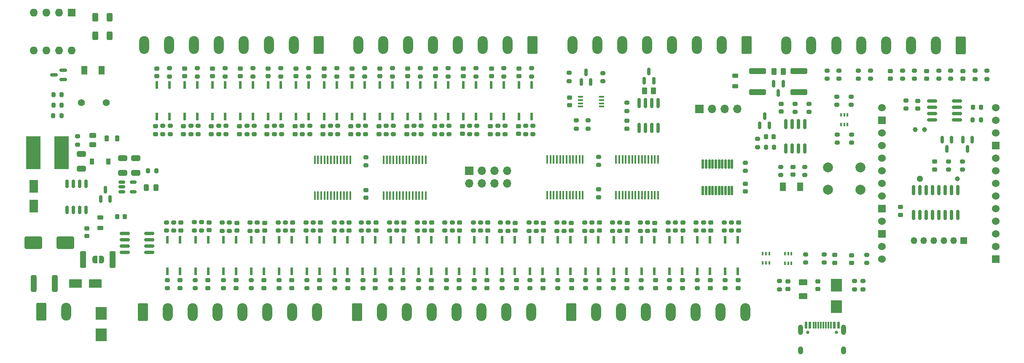
<source format=gbr>
%TF.GenerationSoftware,KiCad,Pcbnew,(6.0.0)*%
%TF.CreationDate,2023-02-03T10:22:37+01:00*%
%TF.ProjectId,boneIO - input WT32,626f6e65-494f-4202-9d20-696e70757420,rev?*%
%TF.SameCoordinates,Original*%
%TF.FileFunction,Soldermask,Top*%
%TF.FilePolarity,Negative*%
%FSLAX46Y46*%
G04 Gerber Fmt 4.6, Leading zero omitted, Abs format (unit mm)*
G04 Created by KiCad (PCBNEW (6.0.0)) date 2023-02-03 10:22:37*
%MOMM*%
%LPD*%
G01*
G04 APERTURE LIST*
G04 Aperture macros list*
%AMRoundRect*
0 Rectangle with rounded corners*
0 $1 Rounding radius*
0 $2 $3 $4 $5 $6 $7 $8 $9 X,Y pos of 4 corners*
0 Add a 4 corners polygon primitive as box body*
4,1,4,$2,$3,$4,$5,$6,$7,$8,$9,$2,$3,0*
0 Add four circle primitives for the rounded corners*
1,1,$1+$1,$2,$3*
1,1,$1+$1,$4,$5*
1,1,$1+$1,$6,$7*
1,1,$1+$1,$8,$9*
0 Add four rect primitives between the rounded corners*
20,1,$1+$1,$2,$3,$4,$5,0*
20,1,$1+$1,$4,$5,$6,$7,0*
20,1,$1+$1,$6,$7,$8,$9,0*
20,1,$1+$1,$8,$9,$2,$3,0*%
%AMFreePoly0*
4,1,22,0.500000,-0.750000,0.000000,-0.750000,0.000000,-0.745033,-0.079941,-0.743568,-0.215256,-0.701293,-0.333266,-0.622738,-0.424486,-0.514219,-0.481581,-0.384460,-0.499164,-0.250000,-0.500000,-0.250000,-0.500000,0.250000,-0.499164,0.250000,-0.499963,0.256109,-0.478152,0.396186,-0.417904,0.524511,-0.324060,0.630769,-0.204165,0.706417,-0.067858,0.745374,0.000000,0.744959,0.000000,0.750000,
0.500000,0.750000,0.500000,-0.750000,0.500000,-0.750000,$1*%
%AMFreePoly1*
4,1,20,0.000000,0.744959,0.073905,0.744508,0.209726,0.703889,0.328688,0.626782,0.421226,0.519385,0.479903,0.390333,0.500000,0.250000,0.500000,-0.250000,0.499851,-0.262216,0.476331,-0.402017,0.414519,-0.529596,0.319384,-0.634700,0.198574,-0.708877,0.061801,-0.746166,0.000000,-0.745033,0.000000,-0.750000,-0.500000,-0.750000,-0.500000,0.750000,0.000000,0.750000,0.000000,0.744959,
0.000000,0.744959,$1*%
G04 Aperture macros list end*
%ADD10RoundRect,0.250000X0.650000X-0.325000X0.650000X0.325000X-0.650000X0.325000X-0.650000X-0.325000X0*%
%ADD11RoundRect,0.200000X0.275000X-0.200000X0.275000X0.200000X-0.275000X0.200000X-0.275000X-0.200000X0*%
%ADD12RoundRect,0.150000X-0.150000X0.587500X-0.150000X-0.587500X0.150000X-0.587500X0.150000X0.587500X0*%
%ADD13R,1.600000X1.600000*%
%ADD14O,1.600000X1.600000*%
%ADD15R,2.850000X6.600000*%
%ADD16R,0.400000X0.650000*%
%ADD17RoundRect,0.200000X-0.275000X0.200000X-0.275000X-0.200000X0.275000X-0.200000X0.275000X0.200000X0*%
%ADD18RoundRect,0.225000X-0.250000X0.225000X-0.250000X-0.225000X0.250000X-0.225000X0.250000X0.225000X0*%
%ADD19RoundRect,0.225000X0.250000X-0.225000X0.250000X0.225000X-0.250000X0.225000X-0.250000X-0.225000X0*%
%ADD20RoundRect,0.243750X0.456250X-0.243750X0.456250X0.243750X-0.456250X0.243750X-0.456250X-0.243750X0*%
%ADD21RoundRect,0.218750X-0.256250X0.218750X-0.256250X-0.218750X0.256250X-0.218750X0.256250X0.218750X0*%
%ADD22RoundRect,0.250000X-0.750000X-1.550000X0.750000X-1.550000X0.750000X1.550000X-0.750000X1.550000X0*%
%ADD23O,2.000000X3.600000*%
%ADD24R,1.800000X2.500000*%
%ADD25RoundRect,0.218750X0.256250X-0.218750X0.256250X0.218750X-0.256250X0.218750X-0.256250X-0.218750X0*%
%ADD26R,0.600000X1.500000*%
%ADD27RoundRect,0.218750X0.381250X-0.218750X0.381250X0.218750X-0.381250X0.218750X-0.381250X-0.218750X0*%
%ADD28RoundRect,0.125000X-0.125000X0.825000X-0.125000X-0.825000X0.125000X-0.825000X0.125000X0.825000X0*%
%ADD29RoundRect,0.200000X0.200000X0.275000X-0.200000X0.275000X-0.200000X-0.275000X0.200000X-0.275000X0*%
%ADD30R,0.450000X1.750000*%
%ADD31RoundRect,0.250000X-0.312500X-0.625000X0.312500X-0.625000X0.312500X0.625000X-0.312500X0.625000X0*%
%ADD32RoundRect,0.150000X0.150000X-0.825000X0.150000X0.825000X-0.150000X0.825000X-0.150000X-0.825000X0*%
%ADD33R,2.500000X1.800000*%
%ADD34R,2.300000X2.500000*%
%ADD35RoundRect,0.150000X0.150000X-0.587500X0.150000X0.587500X-0.150000X0.587500X-0.150000X-0.587500X0*%
%ADD36RoundRect,0.250000X-0.650000X0.325000X-0.650000X-0.325000X0.650000X-0.325000X0.650000X0.325000X0*%
%ADD37RoundRect,0.250000X0.362500X1.425000X-0.362500X1.425000X-0.362500X-1.425000X0.362500X-1.425000X0*%
%ADD38RoundRect,0.200000X-0.200000X-0.275000X0.200000X-0.275000X0.200000X0.275000X-0.200000X0.275000X0*%
%ADD39C,0.650000*%
%ADD40R,0.600000X1.450000*%
%ADD41R,0.300000X1.450000*%
%ADD42O,1.000000X2.100000*%
%ADD43O,1.000000X1.600000*%
%ADD44R,1.300000X1.700000*%
%ADD45RoundRect,0.250000X0.750000X1.550000X-0.750000X1.550000X-0.750000X-1.550000X0.750000X-1.550000X0*%
%ADD46RoundRect,0.225000X0.225000X0.250000X-0.225000X0.250000X-0.225000X-0.250000X0.225000X-0.250000X0*%
%ADD47RoundRect,0.150000X-0.150000X0.675000X-0.150000X-0.675000X0.150000X-0.675000X0.150000X0.675000X0*%
%ADD48R,1.700000X1.700000*%
%ADD49O,1.700000X1.700000*%
%ADD50RoundRect,0.250000X0.625000X-0.375000X0.625000X0.375000X-0.625000X0.375000X-0.625000X-0.375000X0*%
%ADD51RoundRect,0.225000X-0.225000X-0.250000X0.225000X-0.250000X0.225000X0.250000X-0.225000X0.250000X0*%
%ADD52RoundRect,0.250000X1.450000X-0.312500X1.450000X0.312500X-1.450000X0.312500X-1.450000X-0.312500X0*%
%ADD53C,2.000000*%
%ADD54C,1.408000*%
%ADD55RoundRect,0.150000X-0.825000X-0.150000X0.825000X-0.150000X0.825000X0.150000X-0.825000X0.150000X0*%
%ADD56C,1.400000*%
%ADD57O,1.400000X1.400000*%
%ADD58RoundRect,0.150000X-0.512500X-0.150000X0.512500X-0.150000X0.512500X0.150000X-0.512500X0.150000X0*%
%ADD59RoundRect,0.250000X0.312500X1.450000X-0.312500X1.450000X-0.312500X-1.450000X0.312500X-1.450000X0*%
%ADD60RoundRect,0.150000X0.587500X0.150000X-0.587500X0.150000X-0.587500X-0.150000X0.587500X-0.150000X0*%
%ADD61RoundRect,0.250000X0.262500X0.450000X-0.262500X0.450000X-0.262500X-0.450000X0.262500X-0.450000X0*%
%ADD62C,1.000000*%
%ADD63C,1.524000*%
%ADD64R,1.524000X1.524000*%
%ADD65RoundRect,0.218750X-0.218750X-0.381250X0.218750X-0.381250X0.218750X0.381250X-0.218750X0.381250X0*%
%ADD66RoundRect,0.250000X1.500000X1.000000X-1.500000X1.000000X-1.500000X-1.000000X1.500000X-1.000000X0*%
%ADD67FreePoly0,180.000000*%
%ADD68FreePoly1,180.000000*%
%ADD69R,1.100000X0.400000*%
%ADD70R,0.900000X1.200000*%
%ADD71RoundRect,0.150000X0.825000X0.150000X-0.825000X0.150000X-0.825000X-0.150000X0.825000X-0.150000X0*%
%ADD72RoundRect,0.243750X0.243750X0.456250X-0.243750X0.456250X-0.243750X-0.456250X0.243750X-0.456250X0*%
%ADD73C,1.300000*%
%ADD74R,1.350000X1.350000*%
%ADD75O,1.350000X1.350000*%
G04 APERTURE END LIST*
D10*
%TO.C,C27*%
X76730000Y-84830000D03*
X76730000Y-81880000D03*
%TD*%
D11*
%TO.C,R76*%
X189300000Y-96450000D03*
X189300000Y-94800000D03*
%TD*%
D12*
%TO.C,D10*%
X206760000Y-66842500D03*
X204860000Y-66842500D03*
X205810000Y-68717500D03*
%TD*%
D11*
%TO.C,R145*%
X211080000Y-85275000D03*
X211080000Y-83625000D03*
%TD*%
D13*
%TO.C,SW2*%
X63900000Y-52560000D03*
D14*
X61360000Y-52560000D03*
X58820000Y-52560000D03*
X56280000Y-52560000D03*
X56280000Y-60180000D03*
X58820000Y-60180000D03*
X61360000Y-60180000D03*
X63900000Y-60180000D03*
%TD*%
D15*
%TO.C,L1*%
X56165000Y-80770000D03*
X61815000Y-80770000D03*
%TD*%
D16*
%TO.C,U25*%
X203970000Y-101075000D03*
X203320000Y-101075000D03*
X202670000Y-101075000D03*
X202670000Y-102975000D03*
X203320000Y-102975000D03*
X203970000Y-102975000D03*
%TD*%
D17*
%TO.C,R107*%
X121410000Y-75365000D03*
X121410000Y-77015000D03*
%TD*%
D18*
%TO.C,C19*%
X153170000Y-106440000D03*
X153170000Y-107990000D03*
%TD*%
D19*
%TO.C,C50*%
X153730000Y-65370000D03*
X153730000Y-63820000D03*
%TD*%
D20*
%TO.C,D18*%
X68080000Y-79180000D03*
X68080000Y-77305000D03*
%TD*%
D21*
%TO.C,D40*%
X125560000Y-75442500D03*
X125560000Y-77017500D03*
%TD*%
D22*
%TO.C,J1*%
X57750000Y-112780000D03*
D23*
X62750000Y-112780000D03*
%TD*%
D11*
%TO.C,R141*%
X209150000Y-72545000D03*
X209150000Y-70895000D03*
%TD*%
D24*
%TO.C,D11*%
X56220000Y-87540000D03*
X56220000Y-91540000D03*
%TD*%
D25*
%TO.C,D4*%
X91450000Y-96355000D03*
X91450000Y-94780000D03*
%TD*%
D21*
%TO.C,D44*%
X153590000Y-75405000D03*
X153590000Y-76980000D03*
%TD*%
D26*
%TO.C,U6*%
X111130000Y-104670000D03*
X113670000Y-104670000D03*
X113670000Y-98320000D03*
X111130000Y-98320000D03*
%TD*%
%TO.C,U20*%
X167120000Y-104670000D03*
X169660000Y-104670000D03*
X169660000Y-98320000D03*
X167120000Y-98320000D03*
%TD*%
D17*
%TO.C,R102*%
X122870000Y-75365000D03*
X122870000Y-77015000D03*
%TD*%
D27*
%TO.C,L4*%
X197110000Y-67382500D03*
X197110000Y-65257500D03*
%TD*%
D18*
%TO.C,C24*%
X181140000Y-106440000D03*
X181140000Y-107990000D03*
%TD*%
D11*
%TO.C,R63*%
X168380000Y-96470000D03*
X168380000Y-94820000D03*
%TD*%
D25*
%TO.C,D29*%
X197820000Y-96407500D03*
X197820000Y-94832500D03*
%TD*%
D19*
%TO.C,C40*%
X114590000Y-65370000D03*
X114590000Y-63820000D03*
%TD*%
D28*
%TO.C,U52*%
X196485000Y-83055000D03*
X195835000Y-83055000D03*
X195185000Y-83055000D03*
X194535000Y-83055000D03*
X193885000Y-83055000D03*
X193235000Y-83055000D03*
X192585000Y-83055000D03*
X191935000Y-83055000D03*
X191285000Y-83055000D03*
X190635000Y-83055000D03*
X190635000Y-88380000D03*
X191285000Y-88380000D03*
X191935000Y-88380000D03*
X192585000Y-88380000D03*
X193235000Y-88380000D03*
X193885000Y-88380000D03*
X194535000Y-88380000D03*
X195185000Y-88380000D03*
X195835000Y-88380000D03*
X196485000Y-88380000D03*
%TD*%
D29*
%TO.C,R22*%
X61855000Y-69090000D03*
X60205000Y-69090000D03*
%TD*%
D18*
%TO.C,C29*%
X192120000Y-106440000D03*
X192120000Y-107990000D03*
%TD*%
D11*
%TO.C,R1*%
X224320000Y-65890000D03*
X224320000Y-64240000D03*
%TD*%
D30*
%TO.C,U51*%
X173200000Y-89300000D03*
X173850000Y-89300000D03*
X174500000Y-89300000D03*
X175150000Y-89300000D03*
X175800000Y-89300000D03*
X176450000Y-89300000D03*
X177100000Y-89300000D03*
X177750000Y-89300000D03*
X178400000Y-89300000D03*
X179050000Y-89300000D03*
X179700000Y-89300000D03*
X180350000Y-89300000D03*
X181000000Y-89300000D03*
X181650000Y-89300000D03*
X181650000Y-82100000D03*
X181000000Y-82100000D03*
X180350000Y-82100000D03*
X179700000Y-82100000D03*
X179050000Y-82100000D03*
X178400000Y-82100000D03*
X177750000Y-82100000D03*
X177100000Y-82100000D03*
X176450000Y-82100000D03*
X175800000Y-82100000D03*
X175150000Y-82100000D03*
X174500000Y-82100000D03*
X173850000Y-82100000D03*
X173200000Y-82100000D03*
%TD*%
D25*
%TO.C,D21*%
X158620000Y-96455000D03*
X158620000Y-94880000D03*
%TD*%
D22*
%TO.C,J8*%
X164190000Y-112830000D03*
D23*
X169190000Y-112830000D03*
X174190000Y-112830000D03*
X179190000Y-112830000D03*
X184190000Y-112830000D03*
X189190000Y-112830000D03*
X194190000Y-112830000D03*
X199190000Y-112830000D03*
%TD*%
D25*
%TO.C,D17*%
X147440000Y-96387500D03*
X147440000Y-94812500D03*
%TD*%
D11*
%TO.C,R43*%
X134760000Y-96430000D03*
X134760000Y-94780000D03*
%TD*%
D31*
%TO.C,R148*%
X68575000Y-57190000D03*
X71500000Y-57190000D03*
%TD*%
D32*
%TO.C,U38*%
X232915000Y-93265000D03*
X234185000Y-93265000D03*
X235455000Y-93265000D03*
X236725000Y-93265000D03*
X237995000Y-93265000D03*
X239265000Y-93265000D03*
X240535000Y-93265000D03*
X241805000Y-93265000D03*
X241805000Y-88315000D03*
X240535000Y-88315000D03*
X239265000Y-88315000D03*
X237995000Y-88315000D03*
X236725000Y-88315000D03*
X235455000Y-88315000D03*
X234185000Y-88315000D03*
X232915000Y-88315000D03*
%TD*%
D18*
%TO.C,C13*%
X136060000Y-106440000D03*
X136060000Y-107990000D03*
%TD*%
D11*
%TO.C,R131*%
X220495000Y-78730000D03*
X220495000Y-77080000D03*
%TD*%
D17*
%TO.C,R50*%
X167110000Y-106390000D03*
X167110000Y-108040000D03*
%TD*%
D11*
%TO.C,R45*%
X145980000Y-96430000D03*
X145980000Y-94780000D03*
%TD*%
D21*
%TO.C,D31*%
X86340000Y-75442500D03*
X86340000Y-77017500D03*
%TD*%
D26*
%TO.C,U43*%
X156280000Y-67150000D03*
X153740000Y-67150000D03*
X153740000Y-73500000D03*
X156280000Y-73500000D03*
%TD*%
D11*
%TO.C,R10*%
X88530000Y-96405000D03*
X88530000Y-94755000D03*
%TD*%
%TO.C,R135*%
X215580000Y-65890000D03*
X215580000Y-64240000D03*
%TD*%
%TO.C,R60*%
X151480000Y-96490000D03*
X151480000Y-94840000D03*
%TD*%
D26*
%TO.C,U1*%
X83130000Y-104670000D03*
X85670000Y-104670000D03*
X85670000Y-98320000D03*
X83130000Y-98320000D03*
%TD*%
D11*
%TO.C,R57*%
X166920000Y-96470000D03*
X166920000Y-94820000D03*
%TD*%
%TO.C,R61*%
X157160000Y-96490000D03*
X157160000Y-94840000D03*
%TD*%
D32*
%TO.C,U46*%
X177845000Y-75720000D03*
X179115000Y-75720000D03*
X180385000Y-75720000D03*
X181655000Y-75720000D03*
X181655000Y-70770000D03*
X180385000Y-70770000D03*
X179115000Y-70770000D03*
X177845000Y-70770000D03*
%TD*%
D11*
%TO.C,R138*%
X231450000Y-71905000D03*
X231450000Y-70255000D03*
%TD*%
D21*
%TO.C,D47*%
X142360000Y-75405000D03*
X142360000Y-76980000D03*
%TD*%
D25*
%TO.C,D28*%
X192220000Y-96415000D03*
X192220000Y-94840000D03*
%TD*%
D21*
%TO.C,D48*%
X147990000Y-75442500D03*
X147990000Y-77017500D03*
%TD*%
D17*
%TO.C,R110*%
X239980000Y-82510000D03*
X239980000Y-84160000D03*
%TD*%
%TO.C,R125*%
X155050000Y-75370000D03*
X155050000Y-77020000D03*
%TD*%
D18*
%TO.C,C57*%
X199170000Y-87015000D03*
X199170000Y-88565000D03*
%TD*%
D19*
%TO.C,C33*%
X80940000Y-65370000D03*
X80940000Y-63820000D03*
%TD*%
D21*
%TO.C,D32*%
X80740000Y-75442500D03*
X80740000Y-77017500D03*
%TD*%
D17*
%TO.C,R122*%
X145280000Y-75365000D03*
X145280000Y-77015000D03*
%TD*%
D11*
%TO.C,R151*%
X170550000Y-66375000D03*
X170550000Y-64725000D03*
%TD*%
D17*
%TO.C,R101*%
X128480000Y-75365000D03*
X128480000Y-77015000D03*
%TD*%
D33*
%TO.C,D2*%
X68620000Y-107100000D03*
X64620000Y-107100000D03*
%TD*%
D31*
%TO.C,R149*%
X68595000Y-53520000D03*
X71520000Y-53520000D03*
%TD*%
D19*
%TO.C,C47*%
X136930000Y-65370000D03*
X136930000Y-63820000D03*
%TD*%
D11*
%TO.C,R116*%
X150680000Y-65420000D03*
X150680000Y-63770000D03*
%TD*%
D17*
%TO.C,R31*%
X144720000Y-106390000D03*
X144720000Y-108040000D03*
%TD*%
%TO.C,R118*%
X223555000Y-101327500D03*
X223555000Y-102977500D03*
%TD*%
D29*
%TO.C,R67*%
X204950000Y-79690000D03*
X203300000Y-79690000D03*
%TD*%
D17*
%TO.C,R120*%
X134080000Y-75365000D03*
X134080000Y-77015000D03*
%TD*%
D18*
%TO.C,C56*%
X169700000Y-88165000D03*
X169700000Y-89715000D03*
%TD*%
D34*
%TO.C,D33*%
X217475000Y-111745000D03*
X217475000Y-107445000D03*
%TD*%
D17*
%TO.C,R2*%
X83120000Y-106390000D03*
X83120000Y-108040000D03*
%TD*%
D18*
%TO.C,C30*%
X197730000Y-106440000D03*
X197730000Y-107990000D03*
%TD*%
D17*
%TO.C,R105*%
X110210000Y-75365000D03*
X110210000Y-77015000D03*
%TD*%
D35*
%TO.C,Q2*%
X69680000Y-90047500D03*
X71580000Y-90047500D03*
X70630000Y-88172500D03*
%TD*%
D22*
%TO.C,J4*%
X78190000Y-112830000D03*
D23*
X83190000Y-112830000D03*
X88190000Y-112830000D03*
X93190000Y-112830000D03*
X98190000Y-112830000D03*
X103190000Y-112830000D03*
X108190000Y-112830000D03*
X113190000Y-112830000D03*
%TD*%
D36*
%TO.C,C25*%
X74160000Y-81860000D03*
X74160000Y-84810000D03*
%TD*%
D26*
%TO.C,U11*%
X127930000Y-104670000D03*
X130470000Y-104670000D03*
X130470000Y-98320000D03*
X127930000Y-98320000D03*
%TD*%
D37*
%TO.C,R23*%
X72090000Y-102240000D03*
X66165000Y-102240000D03*
%TD*%
D11*
%TO.C,R6*%
X105530000Y-108040000D03*
X105530000Y-106390000D03*
%TD*%
%TO.C,R35*%
X127690000Y-96430000D03*
X127690000Y-94780000D03*
%TD*%
%TO.C,R37*%
X138830000Y-96430000D03*
X138830000Y-94780000D03*
%TD*%
%TO.C,R88*%
X221120000Y-108250000D03*
X221120000Y-106600000D03*
%TD*%
D38*
%TO.C,R66*%
X79240000Y-84420000D03*
X80890000Y-84420000D03*
%TD*%
D17*
%TO.C,R80*%
X83660000Y-75365000D03*
X83660000Y-77015000D03*
%TD*%
%TO.C,R115*%
X145060000Y-63770000D03*
X145060000Y-65420000D03*
%TD*%
D39*
%TO.C,J2*%
X217490000Y-116900000D03*
X211710000Y-116900000D03*
D40*
X211350000Y-115455000D03*
X212150000Y-115455000D03*
D41*
X213350000Y-115455000D03*
X214350000Y-115455000D03*
X214850000Y-115455000D03*
X215850000Y-115455000D03*
D40*
X217050000Y-115455000D03*
X217850000Y-115455000D03*
X217850000Y-115455000D03*
X217050000Y-115455000D03*
D41*
X216350000Y-115455000D03*
X215350000Y-115455000D03*
X213850000Y-115455000D03*
X212850000Y-115455000D03*
D40*
X212150000Y-115455000D03*
X211350000Y-115455000D03*
D42*
X210280000Y-116370000D03*
X218920000Y-116370000D03*
D43*
X218920000Y-120550000D03*
X210280000Y-120550000D03*
%TD*%
D17*
%TO.C,R27*%
X122360000Y-106390000D03*
X122360000Y-108040000D03*
%TD*%
D26*
%TO.C,U5*%
X105530000Y-104670000D03*
X108070000Y-104670000D03*
X108070000Y-98320000D03*
X105530000Y-98320000D03*
%TD*%
D11*
%TO.C,R89*%
X122690000Y-65420000D03*
X122690000Y-63770000D03*
%TD*%
D17*
%TO.C,R52*%
X178280000Y-106390000D03*
X178280000Y-108040000D03*
%TD*%
%TO.C,R126*%
X132620000Y-75365000D03*
X132620000Y-77015000D03*
%TD*%
D19*
%TO.C,C37*%
X97760000Y-65370000D03*
X97760000Y-63820000D03*
%TD*%
D44*
%TO.C,D49*%
X206675000Y-87650000D03*
X210175000Y-87650000D03*
%TD*%
D11*
%TO.C,R146*%
X199170000Y-84415000D03*
X199170000Y-82765000D03*
%TD*%
D45*
%TO.C,J9*%
X113460000Y-59110000D03*
D23*
X108460000Y-59110000D03*
X103460000Y-59110000D03*
X98460000Y-59110000D03*
X93460000Y-59110000D03*
X88460000Y-59110000D03*
X83460000Y-59110000D03*
X78460000Y-59110000D03*
%TD*%
D17*
%TO.C,R100*%
X117280000Y-75365000D03*
X117280000Y-77015000D03*
%TD*%
D18*
%TO.C,C6*%
X113660000Y-106440000D03*
X113660000Y-107990000D03*
%TD*%
D11*
%TO.C,R92*%
X111490000Y-65420000D03*
X111490000Y-63770000D03*
%TD*%
%TO.C,R12*%
X99690000Y-96490000D03*
X99690000Y-94840000D03*
%TD*%
D17*
%TO.C,R30*%
X139130000Y-106390000D03*
X139130000Y-108040000D03*
%TD*%
D22*
%TO.C,J5*%
X121190000Y-112830000D03*
D23*
X126190000Y-112830000D03*
X131190000Y-112830000D03*
X136190000Y-112830000D03*
X141190000Y-112830000D03*
X146190000Y-112830000D03*
X151190000Y-112830000D03*
X156190000Y-112830000D03*
%TD*%
D11*
%TO.C,R73*%
X83480000Y-65420000D03*
X83480000Y-63770000D03*
%TD*%
D25*
%TO.C,D13*%
X124970000Y-96415000D03*
X124970000Y-94840000D03*
%TD*%
D46*
%TO.C,C26*%
X204875000Y-77510000D03*
X203325000Y-77510000D03*
%TD*%
D17*
%TO.C,R95*%
X240420000Y-64240000D03*
X240420000Y-65890000D03*
%TD*%
D11*
%TO.C,R55*%
X155700000Y-96490000D03*
X155700000Y-94840000D03*
%TD*%
D47*
%TO.C,U15*%
X66785000Y-87035000D03*
X65515000Y-87035000D03*
X64245000Y-87035000D03*
X62975000Y-87035000D03*
X62975000Y-92285000D03*
X64245000Y-92285000D03*
X65515000Y-92285000D03*
X66785000Y-92285000D03*
%TD*%
D26*
%TO.C,U26*%
X183920000Y-104670000D03*
X186460000Y-104670000D03*
X186460000Y-98320000D03*
X183920000Y-98320000D03*
%TD*%
D11*
%TO.C,R117*%
X156280000Y-65420000D03*
X156280000Y-63770000D03*
%TD*%
D25*
%TO.C,D8*%
X113830000Y-96415000D03*
X113830000Y-94840000D03*
%TD*%
D17*
%TO.C,R86*%
X82200000Y-75365000D03*
X82200000Y-77015000D03*
%TD*%
D11*
%TO.C,R46*%
X65100000Y-79125000D03*
X65100000Y-77475000D03*
%TD*%
D19*
%TO.C,C55*%
X163877500Y-71230000D03*
X163877500Y-69680000D03*
%TD*%
D26*
%TO.C,U28*%
X195120000Y-104670000D03*
X197660000Y-104670000D03*
X197660000Y-98320000D03*
X195120000Y-98320000D03*
%TD*%
D48*
%TO.C,I2C1*%
X189910000Y-71970000D03*
D49*
X192450000Y-71970000D03*
X194990000Y-71970000D03*
X197530000Y-71970000D03*
%TD*%
D35*
%TO.C,D51*%
X166207500Y-66497500D03*
X168107500Y-66497500D03*
X167157500Y-64622500D03*
%TD*%
D11*
%TO.C,R54*%
X150020000Y-96490000D03*
X150020000Y-94840000D03*
%TD*%
D21*
%TO.C,D42*%
X220525000Y-101375000D03*
X220525000Y-102950000D03*
%TD*%
%TO.C,D36*%
X103110000Y-75442500D03*
X103110000Y-77017500D03*
%TD*%
D19*
%TO.C,C41*%
X125750000Y-65370000D03*
X125750000Y-63820000D03*
%TD*%
D26*
%TO.C,U41*%
X145090000Y-67140000D03*
X142550000Y-67140000D03*
X142550000Y-73490000D03*
X145090000Y-73490000D03*
%TD*%
D25*
%TO.C,D27*%
X186600000Y-96415000D03*
X186600000Y-94840000D03*
%TD*%
D32*
%TO.C,U53*%
X207325000Y-79925000D03*
X208595000Y-79925000D03*
X209865000Y-79925000D03*
X211135000Y-79925000D03*
X211135000Y-74975000D03*
X209865000Y-74975000D03*
X208595000Y-74975000D03*
X207325000Y-74975000D03*
%TD*%
D17*
%TO.C,R48*%
X155910000Y-106390000D03*
X155910000Y-108040000D03*
%TD*%
%TO.C,R139*%
X175380000Y-70700000D03*
X175380000Y-72350000D03*
%TD*%
D25*
%TO.C,D23*%
X169840000Y-96425000D03*
X169840000Y-94850000D03*
%TD*%
D50*
%TO.C,F3*%
X210800000Y-109625000D03*
X210800000Y-106825000D03*
%TD*%
D26*
%TO.C,U39*%
X133890000Y-67140000D03*
X131350000Y-67140000D03*
X131350000Y-73490000D03*
X133890000Y-73490000D03*
%TD*%
D46*
%TO.C,C9*%
X246470000Y-71650000D03*
X244920000Y-71650000D03*
%TD*%
D11*
%TO.C,R58*%
X172510000Y-96490000D03*
X172510000Y-94840000D03*
%TD*%
D26*
%TO.C,U36*%
X122690000Y-67140000D03*
X120150000Y-67140000D03*
X120150000Y-73490000D03*
X122690000Y-73490000D03*
%TD*%
D17*
%TO.C,R97*%
X100520000Y-75365000D03*
X100520000Y-77015000D03*
%TD*%
%TO.C,R119*%
X214985000Y-101217500D03*
X214985000Y-102867500D03*
%TD*%
%TO.C,R5*%
X99920000Y-106390000D03*
X99920000Y-108040000D03*
%TD*%
D11*
%TO.C,R44*%
X140290000Y-96430000D03*
X140290000Y-94780000D03*
%TD*%
D19*
%TO.C,C39*%
X108940000Y-65370000D03*
X108940000Y-63820000D03*
%TD*%
D11*
%TO.C,R56*%
X161320000Y-96490000D03*
X161320000Y-94840000D03*
%TD*%
%TO.C,R42*%
X129150000Y-96430000D03*
X129150000Y-94780000D03*
%TD*%
D10*
%TO.C,C18*%
X65780000Y-83995000D03*
X65780000Y-81045000D03*
%TD*%
D19*
%TO.C,C16*%
X242830000Y-65870000D03*
X242830000Y-64320000D03*
%TD*%
D51*
%TO.C,C7*%
X73025000Y-93650000D03*
X74575000Y-93650000D03*
%TD*%
D52*
%TO.C,F2*%
X201630000Y-68570000D03*
X201630000Y-64295000D03*
%TD*%
D19*
%TO.C,C51*%
X233830000Y-71895000D03*
X233830000Y-70345000D03*
%TD*%
D17*
%TO.C,R127*%
X138220000Y-75365000D03*
X138220000Y-77015000D03*
%TD*%
D11*
%TO.C,R96*%
X238000000Y-65890000D03*
X238000000Y-64240000D03*
%TD*%
%TO.C,R34*%
X122050000Y-96450000D03*
X122050000Y-94800000D03*
%TD*%
D25*
%TO.C,D7*%
X108280000Y-96395000D03*
X108280000Y-94820000D03*
%TD*%
D21*
%TO.C,D46*%
X136760000Y-75442500D03*
X136760000Y-77017500D03*
%TD*%
D26*
%TO.C,U35*%
X117090000Y-67140000D03*
X114550000Y-67140000D03*
X114550000Y-73490000D03*
X117090000Y-73490000D03*
%TD*%
D52*
%TO.C,F4*%
X209930000Y-68570000D03*
X209930000Y-64295000D03*
%TD*%
D11*
%TO.C,R59*%
X178060000Y-96490000D03*
X178060000Y-94840000D03*
%TD*%
%TO.C,R62*%
X162780000Y-96490000D03*
X162780000Y-94840000D03*
%TD*%
D30*
%TO.C,U50*%
X166525000Y-82100000D03*
X165875000Y-82100000D03*
X165225000Y-82100000D03*
X164575000Y-82100000D03*
X163925000Y-82100000D03*
X163275000Y-82100000D03*
X162625000Y-82100000D03*
X161975000Y-82100000D03*
X161325000Y-82100000D03*
X160675000Y-82100000D03*
X160025000Y-82100000D03*
X159375000Y-82100000D03*
X159375000Y-89300000D03*
X160025000Y-89300000D03*
X160675000Y-89300000D03*
X161325000Y-89300000D03*
X161975000Y-89300000D03*
X162625000Y-89300000D03*
X163275000Y-89300000D03*
X163925000Y-89300000D03*
X164575000Y-89300000D03*
X165225000Y-89300000D03*
X165875000Y-89300000D03*
X166525000Y-89300000D03*
%TD*%
D17*
%TO.C,R113*%
X133900000Y-63770000D03*
X133900000Y-65420000D03*
%TD*%
D18*
%TO.C,C44*%
X230340000Y-91720000D03*
X230340000Y-93270000D03*
%TD*%
D21*
%TO.C,D35*%
X97600000Y-75442500D03*
X97600000Y-77017500D03*
%TD*%
D11*
%TO.C,R33*%
X116650000Y-96430000D03*
X116650000Y-94780000D03*
%TD*%
D53*
%TO.C,SW1*%
X215760000Y-83680000D03*
X222260000Y-83680000D03*
X222260000Y-88180000D03*
X215760000Y-88180000D03*
%TD*%
D18*
%TO.C,C22*%
X169830000Y-106440000D03*
X169830000Y-107990000D03*
%TD*%
D19*
%TO.C,C43*%
X235580000Y-65840000D03*
X235580000Y-64290000D03*
%TD*%
D54*
%TO.C,BZ1*%
X70820000Y-70710000D03*
X65820000Y-70710000D03*
%TD*%
D17*
%TO.C,R108*%
X127020000Y-75365000D03*
X127020000Y-77015000D03*
%TD*%
D34*
%TO.C,D1*%
X69775000Y-113120000D03*
X69775000Y-117420000D03*
%TD*%
D55*
%TO.C,U45*%
X236695000Y-70365000D03*
X236695000Y-71635000D03*
X236695000Y-72905000D03*
X236695000Y-74175000D03*
X241645000Y-74175000D03*
X241645000Y-72905000D03*
X241645000Y-71635000D03*
X241645000Y-70365000D03*
%TD*%
D11*
%TO.C,R65*%
X179520000Y-96490000D03*
X179520000Y-94840000D03*
%TD*%
D18*
%TO.C,C20*%
X158560000Y-106440000D03*
X158560000Y-107990000D03*
%TD*%
D19*
%TO.C,C38*%
X103350000Y-65370000D03*
X103350000Y-63820000D03*
%TD*%
D18*
%TO.C,C14*%
X141660000Y-106440000D03*
X141660000Y-107990000D03*
%TD*%
D38*
%TO.C,R25*%
X244845000Y-74180000D03*
X246495000Y-74180000D03*
%TD*%
D56*
%TO.C,RV1*%
X69775000Y-112725000D03*
D57*
X69775000Y-117805000D03*
%TD*%
D26*
%TO.C,U12*%
X133530000Y-104670000D03*
X136070000Y-104670000D03*
X136070000Y-98320000D03*
X133530000Y-98320000D03*
%TD*%
D25*
%TO.C,D16*%
X141750000Y-96385000D03*
X141750000Y-94810000D03*
%TD*%
D26*
%TO.C,U14*%
X144730000Y-104670000D03*
X147270000Y-104670000D03*
X147270000Y-98320000D03*
X144730000Y-98320000D03*
%TD*%
%TO.C,U10*%
X122330000Y-104670000D03*
X124870000Y-104670000D03*
X124870000Y-98320000D03*
X122330000Y-98320000D03*
%TD*%
D11*
%TO.C,R81*%
X185140000Y-96450000D03*
X185140000Y-94800000D03*
%TD*%
D21*
%TO.C,D45*%
X131160000Y-75442500D03*
X131160000Y-77017500D03*
%TD*%
D26*
%TO.C,U4*%
X99930000Y-104670000D03*
X102470000Y-104670000D03*
X102470000Y-98320000D03*
X99930000Y-98320000D03*
%TD*%
D18*
%TO.C,C2*%
X91260000Y-106440000D03*
X91260000Y-107990000D03*
%TD*%
D19*
%TO.C,C45*%
X228290000Y-65840000D03*
X228290000Y-64290000D03*
%TD*%
D58*
%TO.C,U23*%
X73940000Y-86700000D03*
X73940000Y-87650000D03*
X73940000Y-88600000D03*
X76215000Y-88600000D03*
X76215000Y-86700000D03*
%TD*%
D11*
%TO.C,R147*%
X169700000Y-83225000D03*
X169700000Y-81575000D03*
%TD*%
D17*
%TO.C,R124*%
X156510000Y-75365000D03*
X156510000Y-77015000D03*
%TD*%
%TO.C,R93*%
X117090000Y-63770000D03*
X117090000Y-65420000D03*
%TD*%
D26*
%TO.C,U3*%
X94330000Y-104670000D03*
X96870000Y-104670000D03*
X96870000Y-98320000D03*
X94330000Y-98320000D03*
%TD*%
D11*
%TO.C,R38*%
X144520000Y-96430000D03*
X144520000Y-94780000D03*
%TD*%
D30*
%TO.C,U48*%
X126525000Y-89375000D03*
X127175000Y-89375000D03*
X127825000Y-89375000D03*
X128475000Y-89375000D03*
X129125000Y-89375000D03*
X129775000Y-89375000D03*
X130425000Y-89375000D03*
X131075000Y-89375000D03*
X131725000Y-89375000D03*
X132375000Y-89375000D03*
X133025000Y-89375000D03*
X133675000Y-89375000D03*
X134325000Y-89375000D03*
X134975000Y-89375000D03*
X134975000Y-82175000D03*
X134325000Y-82175000D03*
X133675000Y-82175000D03*
X133025000Y-82175000D03*
X132375000Y-82175000D03*
X131725000Y-82175000D03*
X131075000Y-82175000D03*
X130425000Y-82175000D03*
X129775000Y-82175000D03*
X129125000Y-82175000D03*
X128475000Y-82175000D03*
X127825000Y-82175000D03*
X127175000Y-82175000D03*
X126525000Y-82175000D03*
%TD*%
D17*
%TO.C,R49*%
X161520000Y-106390000D03*
X161520000Y-108040000D03*
%TD*%
%TO.C,R7*%
X111130000Y-106390000D03*
X111130000Y-108040000D03*
%TD*%
%TO.C,R103*%
X99060000Y-75365000D03*
X99060000Y-77015000D03*
%TD*%
D19*
%TO.C,C42*%
X237150000Y-84105000D03*
X237150000Y-82555000D03*
%TD*%
D18*
%TO.C,C4*%
X102480000Y-106440000D03*
X102480000Y-107990000D03*
%TD*%
D17*
%TO.C,R152*%
X247650000Y-64275000D03*
X247650000Y-65925000D03*
%TD*%
D25*
%TO.C,D20*%
X152950000Y-96455000D03*
X152950000Y-94880000D03*
%TD*%
D18*
%TO.C,C15*%
X147280000Y-106440000D03*
X147280000Y-107990000D03*
%TD*%
%TO.C,C5*%
X108110000Y-106440000D03*
X108110000Y-107990000D03*
%TD*%
D19*
%TO.C,C35*%
X213775000Y-108200000D03*
X213775000Y-106650000D03*
%TD*%
D16*
%TO.C,U44*%
X218400000Y-75060000D03*
X219050000Y-75060000D03*
X219700000Y-75060000D03*
X219700000Y-73160000D03*
X219050000Y-73160000D03*
X218400000Y-73160000D03*
%TD*%
D11*
%TO.C,R130*%
X217655000Y-78730000D03*
X217655000Y-77080000D03*
%TD*%
%TO.C,R75*%
X183680000Y-96450000D03*
X183680000Y-94800000D03*
%TD*%
D17*
%TO.C,R47*%
X150310000Y-106390000D03*
X150310000Y-108040000D03*
%TD*%
D11*
%TO.C,R18*%
X95580000Y-96475000D03*
X95580000Y-94825000D03*
%TD*%
D26*
%TO.C,U29*%
X94690000Y-67140000D03*
X92150000Y-67140000D03*
X92150000Y-73490000D03*
X94690000Y-73490000D03*
%TD*%
D12*
%TO.C,Q4*%
X240610000Y-78152500D03*
X238710000Y-78152500D03*
X239660000Y-80027500D03*
%TD*%
D26*
%TO.C,U42*%
X150690000Y-67140000D03*
X148150000Y-67140000D03*
X148150000Y-73490000D03*
X150690000Y-73490000D03*
%TD*%
D35*
%TO.C,Q5*%
X202090000Y-75287500D03*
X203990000Y-75287500D03*
X203040000Y-73412500D03*
%TD*%
D45*
%TO.C,J11*%
X199420000Y-59120000D03*
D23*
X194420000Y-59120000D03*
X189420000Y-59120000D03*
X184420000Y-59120000D03*
X179420000Y-59120000D03*
X174420000Y-59120000D03*
X169420000Y-59120000D03*
X164420000Y-59120000D03*
%TD*%
D17*
%TO.C,R26*%
X116740000Y-106390000D03*
X116740000Y-108040000D03*
%TD*%
D59*
%TO.C,F1*%
X60497500Y-107130000D03*
X56222500Y-107130000D03*
%TD*%
D17*
%TO.C,R129*%
X149450000Y-75365000D03*
X149450000Y-77015000D03*
%TD*%
D11*
%TO.C,R40*%
X118110000Y-96430000D03*
X118110000Y-94780000D03*
%TD*%
D26*
%TO.C,U33*%
X105890000Y-67140000D03*
X103350000Y-67140000D03*
X103350000Y-73490000D03*
X105890000Y-73490000D03*
%TD*%
D11*
%TO.C,R150*%
X163747500Y-66362500D03*
X163747500Y-64712500D03*
%TD*%
%TO.C,R13*%
X105360000Y-96440000D03*
X105360000Y-94790000D03*
%TD*%
%TO.C,R16*%
X84370000Y-96440000D03*
X84370000Y-94790000D03*
%TD*%
D26*
%TO.C,U32*%
X100290000Y-67140000D03*
X97750000Y-67140000D03*
X97750000Y-73490000D03*
X100290000Y-73490000D03*
%TD*%
D25*
%TO.C,D14*%
X130610000Y-96387500D03*
X130610000Y-94812500D03*
%TD*%
D17*
%TO.C,R24*%
X201595000Y-77995000D03*
X201595000Y-79645000D03*
%TD*%
D26*
%TO.C,U22*%
X178320000Y-104670000D03*
X180860000Y-104670000D03*
X180860000Y-98320000D03*
X178320000Y-98320000D03*
%TD*%
D11*
%TO.C,R74*%
X206000000Y-108250000D03*
X206000000Y-106600000D03*
%TD*%
D18*
%TO.C,C11*%
X124850000Y-106440000D03*
X124850000Y-107990000D03*
%TD*%
D17*
%TO.C,R121*%
X139680000Y-75365000D03*
X139680000Y-77015000D03*
%TD*%
D60*
%TO.C,Q1*%
X62197500Y-66050000D03*
X62197500Y-64150000D03*
X60322500Y-65100000D03*
%TD*%
D18*
%TO.C,C23*%
X175360000Y-106440000D03*
X175360000Y-107990000D03*
%TD*%
D45*
%TO.C,J7*%
X156420000Y-59120000D03*
D23*
X151420000Y-59120000D03*
X146420000Y-59120000D03*
X141420000Y-59120000D03*
X136420000Y-59120000D03*
X131420000Y-59120000D03*
X126420000Y-59120000D03*
X121420000Y-59120000D03*
%TD*%
D18*
%TO.C,C58*%
X206360000Y-70895000D03*
X206360000Y-72445000D03*
%TD*%
D17*
%TO.C,R134*%
X217575000Y-69495000D03*
X217575000Y-71145000D03*
%TD*%
D19*
%TO.C,C32*%
X86550000Y-65370000D03*
X86550000Y-63820000D03*
%TD*%
D44*
%TO.C,D9*%
X69880000Y-64140000D03*
X66380000Y-64140000D03*
%TD*%
D25*
%TO.C,D5*%
X97040000Y-96440000D03*
X97040000Y-94865000D03*
%TD*%
D11*
%TO.C,R77*%
X194900000Y-96450000D03*
X194900000Y-94800000D03*
%TD*%
%TO.C,R82*%
X190760000Y-96450000D03*
X190760000Y-94800000D03*
%TD*%
D61*
%TO.C,R142*%
X206752500Y-64450000D03*
X204927500Y-64450000D03*
%TD*%
D26*
%TO.C,U30*%
X89090000Y-67140000D03*
X86550000Y-67140000D03*
X86550000Y-73490000D03*
X89090000Y-73490000D03*
%TD*%
D11*
%TO.C,R9*%
X82910000Y-96440000D03*
X82910000Y-94790000D03*
%TD*%
D17*
%TO.C,R3*%
X88720000Y-106390000D03*
X88720000Y-108040000D03*
%TD*%
D11*
%TO.C,R20*%
X106820000Y-96440000D03*
X106820000Y-94790000D03*
%TD*%
%TO.C,R71*%
X94670000Y-65420000D03*
X94670000Y-63770000D03*
%TD*%
D19*
%TO.C,C52*%
X175380000Y-75895000D03*
X175380000Y-74345000D03*
%TD*%
D11*
%TO.C,R41*%
X123510000Y-96450000D03*
X123510000Y-94800000D03*
%TD*%
D38*
%TO.C,R8*%
X60185000Y-73330000D03*
X61835000Y-73330000D03*
%TD*%
D11*
%TO.C,R14*%
X110910000Y-96450000D03*
X110910000Y-94800000D03*
%TD*%
D18*
%TO.C,C3*%
X96860000Y-106440000D03*
X96860000Y-107990000D03*
%TD*%
D62*
%TO.C,Y1*%
X233250000Y-76090000D03*
X235150000Y-76090000D03*
%TD*%
D21*
%TO.C,D37*%
X108750000Y-75442500D03*
X108750000Y-77017500D03*
%TD*%
%TO.C,D43*%
X217105000Y-101355000D03*
X217105000Y-102930000D03*
%TD*%
D30*
%TO.C,U47*%
X119850000Y-82170000D03*
X119200000Y-82170000D03*
X118550000Y-82170000D03*
X117900000Y-82170000D03*
X117250000Y-82170000D03*
X116600000Y-82170000D03*
X115950000Y-82170000D03*
X115300000Y-82170000D03*
X114650000Y-82170000D03*
X114000000Y-82170000D03*
X113350000Y-82170000D03*
X112700000Y-82170000D03*
X112700000Y-89370000D03*
X113350000Y-89370000D03*
X114000000Y-89370000D03*
X114650000Y-89370000D03*
X115300000Y-89370000D03*
X115950000Y-89370000D03*
X116600000Y-89370000D03*
X117250000Y-89370000D03*
X117900000Y-89370000D03*
X118550000Y-89370000D03*
X119200000Y-89370000D03*
X119850000Y-89370000D03*
%TD*%
D17*
%TO.C,R94*%
X128290000Y-63770000D03*
X128290000Y-65420000D03*
%TD*%
%TO.C,R128*%
X143820000Y-75370000D03*
X143820000Y-77020000D03*
%TD*%
D29*
%TO.C,R15*%
X61845000Y-71190000D03*
X60195000Y-71190000D03*
%TD*%
D26*
%TO.C,U40*%
X139490000Y-67140000D03*
X136950000Y-67140000D03*
X136950000Y-73490000D03*
X139490000Y-73490000D03*
%TD*%
%TO.C,U19*%
X161520000Y-104670000D03*
X164060000Y-104670000D03*
X164060000Y-98320000D03*
X161520000Y-98320000D03*
%TD*%
D12*
%TO.C,Q3*%
X244760000Y-78135000D03*
X242860000Y-78135000D03*
X243810000Y-80010000D03*
%TD*%
D26*
%TO.C,U2*%
X88730000Y-104670000D03*
X91270000Y-104670000D03*
X91270000Y-98320000D03*
X88730000Y-98320000D03*
%TD*%
D11*
%TO.C,R17*%
X89990000Y-96400000D03*
X89990000Y-94750000D03*
%TD*%
D61*
%TO.C,R143*%
X180720000Y-68300000D03*
X178895000Y-68300000D03*
%TD*%
D18*
%TO.C,C1*%
X85670000Y-106440000D03*
X85670000Y-107990000D03*
%TD*%
D19*
%TO.C,C46*%
X131340000Y-65370000D03*
X131340000Y-63820000D03*
%TD*%
D16*
%TO.C,U24*%
X208440000Y-101100000D03*
X207790000Y-101100000D03*
X207140000Y-101100000D03*
X207140000Y-103000000D03*
X207790000Y-103000000D03*
X208440000Y-103000000D03*
%TD*%
D25*
%TO.C,D24*%
X175430000Y-96455000D03*
X175430000Y-94880000D03*
%TD*%
D26*
%TO.C,U13*%
X139130000Y-104670000D03*
X141670000Y-104670000D03*
X141670000Y-98320000D03*
X139130000Y-98320000D03*
%TD*%
D11*
%TO.C,R64*%
X173970000Y-96490000D03*
X173970000Y-94840000D03*
%TD*%
%TO.C,R72*%
X89090000Y-65420000D03*
X89090000Y-63770000D03*
%TD*%
D18*
%TO.C,C28*%
X186580000Y-106440000D03*
X186580000Y-107990000D03*
%TD*%
D25*
%TO.C,D6*%
X102610000Y-96455000D03*
X102610000Y-94880000D03*
%TD*%
D17*
%TO.C,R78*%
X94860000Y-75365000D03*
X94860000Y-77015000D03*
%TD*%
D11*
%TO.C,R69*%
X189510000Y-108040000D03*
X189510000Y-106390000D03*
%TD*%
D63*
%TO.C,U7*%
X226600000Y-71690000D03*
D64*
X226600000Y-74230000D03*
D63*
X226600000Y-76770000D03*
X226600000Y-79310000D03*
X226600000Y-81850000D03*
X226600000Y-84390000D03*
X226600000Y-86930000D03*
X226600000Y-89470000D03*
D64*
X226600000Y-92010000D03*
D63*
X226600000Y-94550000D03*
D64*
X226600000Y-97090000D03*
D63*
X226600000Y-99630000D03*
X226600000Y-102170000D03*
X249460000Y-71690000D03*
X249460000Y-74230000D03*
X249460000Y-76770000D03*
D64*
X249460000Y-79310000D03*
D63*
X249460000Y-81850000D03*
X249460000Y-84390000D03*
X249460000Y-86930000D03*
X249460000Y-89470000D03*
X249460000Y-92010000D03*
X249460000Y-94550000D03*
X249460000Y-97090000D03*
X249460000Y-99630000D03*
D64*
X249460000Y-102170000D03*
%TD*%
D65*
%TO.C,L2*%
X70915000Y-77880000D03*
X73040000Y-77880000D03*
%TD*%
D66*
%TO.C,C8*%
X62627500Y-98880000D03*
X56127500Y-98880000D03*
%TD*%
D17*
%TO.C,R79*%
X89260000Y-75365000D03*
X89260000Y-77015000D03*
%TD*%
D67*
%TO.C,PWR1*%
X69847500Y-102260000D03*
D68*
X68547500Y-102260000D03*
%TD*%
D18*
%TO.C,C21*%
X164300000Y-106440000D03*
X164300000Y-107990000D03*
%TD*%
D69*
%TO.C,U49*%
X170327500Y-71480000D03*
X170327500Y-70830000D03*
X170327500Y-70180000D03*
X170327500Y-69530000D03*
X166027500Y-69530000D03*
X166027500Y-70180000D03*
X166027500Y-70830000D03*
X166027500Y-71480000D03*
%TD*%
D11*
%TO.C,R87*%
X222800000Y-108250000D03*
X222800000Y-106600000D03*
%TD*%
D17*
%TO.C,R123*%
X150910000Y-75365000D03*
X150910000Y-77015000D03*
%TD*%
D70*
%TO.C,D19*%
X71220000Y-82500000D03*
X67920000Y-82500000D03*
%TD*%
D17*
%TO.C,R29*%
X133530000Y-106390000D03*
X133530000Y-108040000D03*
%TD*%
D25*
%TO.C,D3*%
X85830000Y-96397500D03*
X85830000Y-94822500D03*
%TD*%
D18*
%TO.C,C53*%
X123000000Y-88275000D03*
X123000000Y-89825000D03*
%TD*%
D17*
%TO.C,R144*%
X206280000Y-83595000D03*
X206280000Y-85245000D03*
%TD*%
%TO.C,R136*%
X211920000Y-70910000D03*
X211920000Y-72560000D03*
%TD*%
D11*
%TO.C,R133*%
X221900000Y-65890000D03*
X221900000Y-64240000D03*
%TD*%
D26*
%TO.C,U17*%
X150330000Y-104670000D03*
X152870000Y-104670000D03*
X152870000Y-98320000D03*
X150330000Y-98320000D03*
%TD*%
D11*
%TO.C,R90*%
X100270000Y-65420000D03*
X100270000Y-63770000D03*
%TD*%
D25*
%TO.C,D12*%
X119570000Y-96395000D03*
X119570000Y-94820000D03*
%TD*%
%TO.C,D25*%
X180980000Y-96447500D03*
X180980000Y-94872500D03*
%TD*%
D19*
%TO.C,C17*%
X66920000Y-97515000D03*
X66920000Y-95965000D03*
%TD*%
D17*
%TO.C,R28*%
X127930000Y-106390000D03*
X127930000Y-108040000D03*
%TD*%
%TO.C,R109*%
X242790000Y-82510000D03*
X242790000Y-84160000D03*
%TD*%
%TO.C,R98*%
X106030000Y-75365000D03*
X106030000Y-77015000D03*
%TD*%
D21*
%TO.C,D39*%
X119950000Y-75442500D03*
X119950000Y-77017500D03*
%TD*%
D17*
%TO.C,R111*%
X233130000Y-64240000D03*
X233130000Y-65890000D03*
%TD*%
%TO.C,R32*%
X167620000Y-74255000D03*
X167620000Y-75905000D03*
%TD*%
%TO.C,R84*%
X93400000Y-75365000D03*
X93400000Y-77015000D03*
%TD*%
D18*
%TO.C,C10*%
X119300000Y-106440000D03*
X119300000Y-107990000D03*
%TD*%
D17*
%TO.C,R85*%
X87800000Y-75365000D03*
X87800000Y-77015000D03*
%TD*%
D26*
%TO.C,U34*%
X111490000Y-67140000D03*
X108950000Y-67140000D03*
X108950000Y-73490000D03*
X111490000Y-73490000D03*
%TD*%
D17*
%TO.C,R51*%
X172700000Y-106390000D03*
X172700000Y-108040000D03*
%TD*%
D11*
%TO.C,R36*%
X133300000Y-96430000D03*
X133300000Y-94780000D03*
%TD*%
D21*
%TO.C,D30*%
X91940000Y-75442500D03*
X91940000Y-77017500D03*
%TD*%
D26*
%TO.C,U37*%
X128290000Y-67140000D03*
X125750000Y-67140000D03*
X125750000Y-73490000D03*
X128290000Y-73490000D03*
%TD*%
D19*
%TO.C,C49*%
X148180000Y-65370000D03*
X148180000Y-63820000D03*
%TD*%
D17*
%TO.C,R39*%
X165190000Y-74255000D03*
X165190000Y-75905000D03*
%TD*%
D26*
%TO.C,U31*%
X83490000Y-67140000D03*
X80950000Y-67140000D03*
X80950000Y-73490000D03*
X83490000Y-73490000D03*
%TD*%
D17*
%TO.C,R4*%
X94330000Y-106390000D03*
X94330000Y-108040000D03*
%TD*%
D25*
%TO.C,D15*%
X136220000Y-96395000D03*
X136220000Y-94820000D03*
%TD*%
D17*
%TO.C,R99*%
X111670000Y-75365000D03*
X111670000Y-77015000D03*
%TD*%
D25*
%TO.C,D22*%
X164240000Y-96447500D03*
X164240000Y-94872500D03*
%TD*%
D19*
%TO.C,C36*%
X120160000Y-65370000D03*
X120160000Y-63820000D03*
%TD*%
D11*
%TO.C,R91*%
X105880000Y-65420000D03*
X105880000Y-63770000D03*
%TD*%
D17*
%TO.C,R104*%
X104570000Y-75365000D03*
X104570000Y-77015000D03*
%TD*%
D27*
%TO.C,L3*%
X69600000Y-95925000D03*
X69600000Y-93800000D03*
%TD*%
D26*
%TO.C,U18*%
X155920000Y-104670000D03*
X158460000Y-104670000D03*
X158460000Y-98320000D03*
X155920000Y-98320000D03*
%TD*%
D17*
%TO.C,R137*%
X220385000Y-69495000D03*
X220385000Y-71145000D03*
%TD*%
D71*
%TO.C,U8*%
X79465000Y-100865000D03*
X79465000Y-99595000D03*
X79465000Y-98325000D03*
X79465000Y-97055000D03*
X74515000Y-97055000D03*
X74515000Y-98325000D03*
X74515000Y-99595000D03*
X74515000Y-100865000D03*
%TD*%
D17*
%TO.C,R68*%
X183900000Y-106390000D03*
X183900000Y-108040000D03*
%TD*%
D19*
%TO.C,C48*%
X142520000Y-65370000D03*
X142520000Y-63820000D03*
%TD*%
D11*
%TO.C,R153*%
X245290000Y-65930000D03*
X245290000Y-64280000D03*
%TD*%
%TO.C,R19*%
X101150000Y-96490000D03*
X101150000Y-94840000D03*
%TD*%
%TO.C,R53*%
X211310000Y-102875000D03*
X211310000Y-101225000D03*
%TD*%
%TO.C,R140*%
X123000000Y-83335000D03*
X123000000Y-81685000D03*
%TD*%
%TO.C,R132*%
X217960000Y-65890000D03*
X217960000Y-64240000D03*
%TD*%
D72*
%TO.C,D26*%
X80767500Y-87810000D03*
X78892500Y-87810000D03*
%TD*%
D26*
%TO.C,U21*%
X172720000Y-104670000D03*
X175260000Y-104670000D03*
X175260000Y-98320000D03*
X172720000Y-98320000D03*
%TD*%
D17*
%TO.C,R106*%
X115820000Y-75365000D03*
X115820000Y-77015000D03*
%TD*%
D11*
%TO.C,R21*%
X112370000Y-96450000D03*
X112370000Y-94800000D03*
%TD*%
%TO.C,R112*%
X230720000Y-65890000D03*
X230720000Y-64240000D03*
%TD*%
D26*
%TO.C,U27*%
X189520000Y-104670000D03*
X192060000Y-104670000D03*
X192060000Y-98320000D03*
X189520000Y-98320000D03*
%TD*%
D11*
%TO.C,R70*%
X195120000Y-108040000D03*
X195120000Y-106390000D03*
%TD*%
D19*
%TO.C,C34*%
X207725000Y-108200000D03*
X207725000Y-106650000D03*
%TD*%
D35*
%TO.C,D50*%
X178860000Y-66282500D03*
X180760000Y-66282500D03*
X179810000Y-64407500D03*
%TD*%
D19*
%TO.C,C54*%
X208710000Y-85200000D03*
X208710000Y-83650000D03*
%TD*%
D18*
%TO.C,C12*%
X130460000Y-106440000D03*
X130460000Y-107990000D03*
%TD*%
D45*
%TO.C,J10*%
X242420000Y-59130000D03*
D23*
X237420000Y-59130000D03*
X232420000Y-59130000D03*
X227420000Y-59130000D03*
X222420000Y-59130000D03*
X217420000Y-59130000D03*
X212420000Y-59130000D03*
X207420000Y-59130000D03*
%TD*%
D11*
%TO.C,R83*%
X196360000Y-96450000D03*
X196360000Y-94800000D03*
%TD*%
D26*
%TO.C,U9*%
X116730000Y-104670000D03*
X119270000Y-104670000D03*
X119270000Y-98320000D03*
X116730000Y-98320000D03*
%TD*%
D21*
%TO.C,D38*%
X114360000Y-75442500D03*
X114360000Y-77017500D03*
%TD*%
D11*
%TO.C,R11*%
X94120000Y-96475000D03*
X94120000Y-94825000D03*
%TD*%
%TO.C,R114*%
X139470000Y-65420000D03*
X139470000Y-63770000D03*
%TD*%
D19*
%TO.C,C31*%
X92170000Y-65370000D03*
X92170000Y-63820000D03*
%TD*%
D62*
%TO.C,BT1*%
X241720000Y-85990000D03*
D73*
X234220000Y-85990000D03*
%TD*%
D74*
%TO.C,J3*%
X243025000Y-98450000D03*
D75*
X241025000Y-98450000D03*
X239025000Y-98450000D03*
X237025000Y-98450000D03*
X235025000Y-98450000D03*
X233025000Y-98450000D03*
%TD*%
D48*
%TO.C,J6*%
X143750000Y-84370000D03*
D49*
X143750000Y-86910000D03*
X146290000Y-84370000D03*
X146290000Y-86910000D03*
X148830000Y-84370000D03*
X148830000Y-86910000D03*
X151370000Y-84370000D03*
X151370000Y-86910000D03*
%TD*%
M02*

</source>
